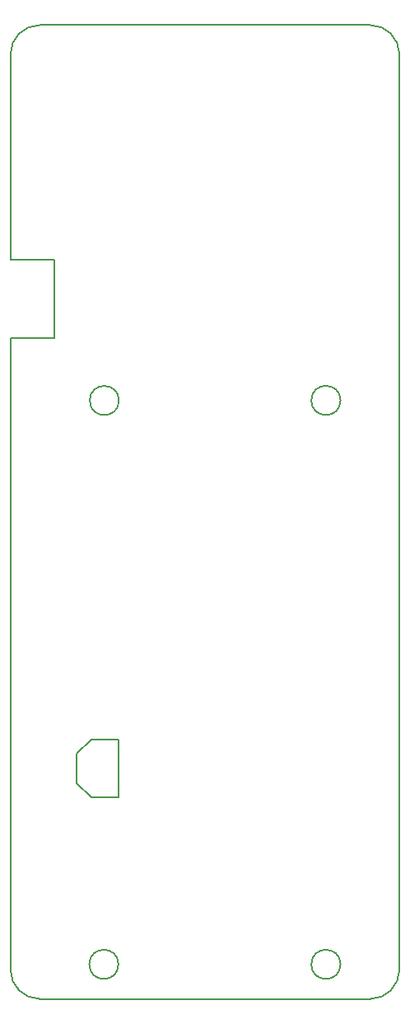
<source format=gm1>
%TF.GenerationSoftware,KiCad,Pcbnew,4.0.4-stable*%
%TF.CreationDate,2017-03-23T19:51:40+02:00*%
%TF.ProjectId,back_prototype,6261636B5F70726F746F747970652E6B,rev?*%
%TF.FileFunction,Profile,NP*%
%FSLAX46Y46*%
G04 Gerber Fmt 4.6, Leading zero omitted, Abs format (unit mm)*
G04 Created by KiCad (PCBNEW 4.0.4-stable) date 03/23/17 19:51:40*
%MOMM*%
%LPD*%
G01*
G04 APERTURE LIST*
%ADD10C,0.100000*%
%ADD11C,0.150000*%
G04 APERTURE END LIST*
D10*
D11*
X41500000Y-72100000D02*
X41500000Y-137000000D01*
X46000000Y-72100000D02*
X41500000Y-72100000D01*
X46000000Y-64100000D02*
X46000000Y-72100000D01*
X41500000Y-64100000D02*
X46000000Y-64100000D01*
X41500000Y-43000000D02*
X41500000Y-64100000D01*
X48260000Y-117856000D02*
X48260000Y-114808000D01*
X49784000Y-119329200D02*
X48260000Y-117856000D01*
X52628800Y-119329200D02*
X49784000Y-119329200D01*
X52628800Y-113334800D02*
X52628800Y-119329200D01*
X49784000Y-113334800D02*
X52628800Y-113334800D01*
X48260000Y-114808000D02*
X49784000Y-113334800D01*
X75435000Y-78538000D02*
G75*
G03X75435000Y-78538000I-1500000J0D01*
G01*
X52650000Y-78550000D02*
G75*
G03X52650000Y-78550000I-1500000J0D01*
G01*
X75435000Y-136450000D02*
G75*
G03X75435000Y-136450000I-1500000J0D01*
G01*
X52600000Y-136450000D02*
G75*
G03X52600000Y-136450000I-1500000J0D01*
G01*
X81500000Y-43000000D02*
G75*
G03X78500000Y-40000000I-3000000J0D01*
G01*
X44500000Y-40000000D02*
G75*
G03X41500000Y-43000000I0J-3000000D01*
G01*
X78500000Y-140000000D02*
G75*
G03X81500000Y-137000000I0J3000000D01*
G01*
X41500000Y-137000000D02*
G75*
G03X44500000Y-140000000I3000000J0D01*
G01*
X81500000Y-43000000D02*
X81500000Y-137000000D01*
X44500000Y-40000000D02*
X78500000Y-40000000D01*
X44500000Y-140000000D02*
X78500000Y-140000000D01*
M02*

</source>
